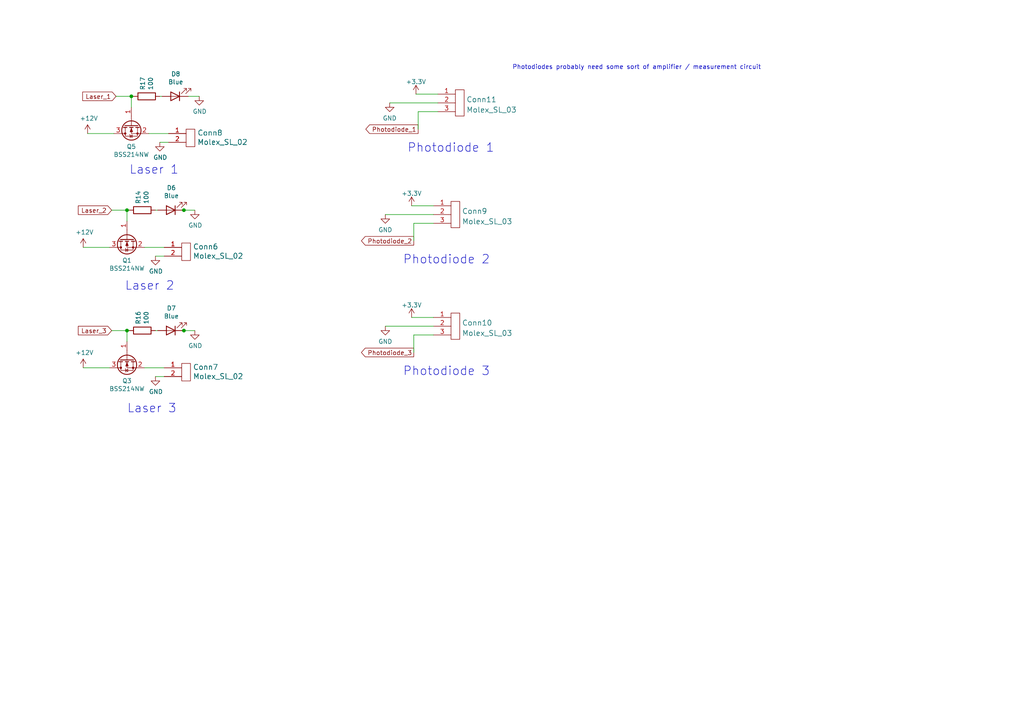
<source format=kicad_sch>
(kicad_sch (version 20211123) (generator eeschema)
  (paper "A4")
  (lib_symbols
    (symbol "Device:LED" (pin_numbers hide) (pin_names (offset 1.016) hide)
      (property "Reference" "D" (at 0 2.54 0))
      (property "Value" "LED" (at 0 -2.54 0))
      (symbol "LED_0_1"
        (polyline (pts (xy -1.27 -1.27) (xy -1.27 1.27)) (stroke (width 0.254)))
        (polyline (pts (xy -1.27 0) (xy 1.27 0)))
        (polyline (pts (xy 1.27 -1.27) (xy 1.27 1.27) (xy -1.27 0) (xy 1.27 -1.27)) (stroke (width 0.254)))
        (polyline (pts (xy -3.048 -0.762) (xy -4.572 -2.286) (xy -3.81 -2.286) (xy -4.572 -2.286) (xy -4.572 -1.524)))
        (polyline (pts (xy -1.778 -0.762) (xy -3.302 -2.286) (xy -2.54 -2.286) (xy -3.302 -2.286) (xy -3.302 -1.524)))
      )
      (symbol "LED_1_1"
        (pin passive line (at -3.81 0 0) (length 2.54) (name "K") (number "1"))
        (pin passive line (at 3.81 0 180) (length 2.54) (name "A") (number "2"))
      )
    )
    (symbol "Device:R" (pin_numbers hide) (pin_names (offset 0))
      (property "Reference" "R" (at 2.032 0 90))
      (property "Value" "R" (at 0 0 90))
      (symbol "R_0_1"
        (rectangle (start -1.016 -2.54) (end 1.016 2.54) (stroke (width 0.254)))
      )
      (symbol "R_1_1"
        (pin passive line (at 0 3.81 270) (length 1.27) (name "~") (number "1"))
        (pin passive line (at 0 -3.81 90) (length 1.27) (name "~") (number "2"))
      )
    )
    (symbol "MRDT_Connectors:Molex_SL_02" (pin_names (offset 1.016))
      (property "Reference" "Conn" (at 3.81 -1.27 0))
      (property "Value" "Molex_SL_02" (at 1.27 6.35 0))
      (symbol "Molex_SL_02_0_1"
        (rectangle (start 0 5.08) (end 2.54 0))
      )
      (symbol "Molex_SL_02_1_1"
        (pin input line (at -5.08 3.81 0) (length 5.08) (name "~") (number "1"))
        (pin input line (at -5.08 1.27 0) (length 5.08) (name "~") (number "2"))
      )
    )
    (symbol "MRDT_Connectors:Molex_SL_03" (pin_names (offset 1.016))
      (property "Reference" "Conn" (at 3.81 -1.27 0))
      (property "Value" "Molex_SL_03" (at 1.27 8.89 0))
      (symbol "Molex_SL_03_0_1"
        (rectangle (start 0 7.62) (end 2.54 0))
      )
      (symbol "Molex_SL_03_1_1"
        (pin input line (at -5.08 6.35 0) (length 5.08) (name "~") (number "1"))
        (pin input line (at -5.08 3.81 0) (length 5.08) (name "~") (number "2"))
        (pin input line (at -5.08 1.27 0) (length 5.08) (name "~") (number "3"))
      )
    )
    (symbol "Transistor_FET:BSS214NW" (pin_names hide)
      (property "Reference" "Q" (at 5.08 1.905 0))
      (property "Value" "BSS214NW" (at 5.08 0 0))
      (symbol "BSS214NW_0_1"
        (polyline (pts (xy 0.254 0) (xy -2.54 0)))
        (polyline (pts (xy 0.254 1.905) (xy 0.254 -1.905)) (stroke (width 0.254)))
        (polyline (pts (xy 0.762 -1.27) (xy 0.762 -2.286)) (stroke (width 0.254)))
        (polyline (pts (xy 0.762 0.508) (xy 0.762 -0.508)) (stroke (width 0.254)))
        (polyline (pts (xy 0.762 2.286) (xy 0.762 1.27)) (stroke (width 0.254)))
        (polyline (pts (xy 2.54 2.54) (xy 2.54 1.778)))
        (polyline (pts (xy 2.54 -2.54) (xy 2.54 0) (xy 0.762 0)))
        (polyline (pts (xy 0.762 -1.778) (xy 3.302 -1.778) (xy 3.302 1.778) (xy 0.762 1.778)))
        (polyline (pts (xy 1.016 0) (xy 2.032 0.381) (xy 2.032 -0.381) (xy 1.016 0)) (fill (type outline)))
        (polyline (pts (xy 2.794 0.508) (xy 2.921 0.381) (xy 3.683 0.381) (xy 3.81 0.254)))
        (polyline (pts (xy 3.302 0.381) (xy 2.921 -0.254) (xy 3.683 -0.254) (xy 3.302 0.381)))
        (circle (center 1.651 0) (radius 2.794) (stroke (width 0.254)))
        (circle (center 2.54 -1.778) (radius 0.254) (fill (type outline)))
        (circle (center 2.54 1.778) (radius 0.254) (fill (type outline)))
      )
      (symbol "BSS214NW_1_1"
        (pin input line (at -5.08 0 0) (length 2.54) (name "G") (number "1"))
        (pin passive line (at 2.54 -5.08 90) (length 2.54) (name "S") (number "2"))
        (pin passive line (at 2.54 5.08 270) (length 2.54) (name "D") (number "3"))
      )
    )
    (symbol "power:+12V" (power) (pin_names (offset 0))
      (property "Value" "+12V" (at 0 3.556 0))
      (symbol "+12V_0_1"
        (polyline (pts (xy -0.762 1.27) (xy 0 2.54)))
        (polyline (pts (xy 0 0) (xy 0 2.54)))
        (polyline (pts (xy 0 2.54) (xy 0.762 1.27)))
      )
      (symbol "+12V_1_1"
        (pin power_in line (at 0 0 90) (length 0) hide (name "+12V") (number "1"))
      )
    )
    (symbol "power:+3.3V" (power) (pin_names (offset 0))
      (property "Value" "+3.3V" (at 0 3.556 0))
      (symbol "+3.3V_0_1"
        (polyline (pts (xy -0.762 1.27) (xy 0 2.54)))
        (polyline (pts (xy 0 0) (xy 0 2.54)))
        (polyline (pts (xy 0 2.54) (xy 0.762 1.27)))
      )
      (symbol "+3.3V_1_1"
        (pin power_in line (at 0 0 90) (length 0) hide (name "+3.3V") (number "1"))
      )
    )
    (symbol "power:GND" (power) (pin_names (offset 0))
      (property "Value" "GND" (at 0 -3.81 0))
      (symbol "GND_0_1"
        (polyline (pts (xy 0 0) (xy 0 -1.27) (xy 1.27 -1.27) (xy 0 -2.54) (xy -1.27 -1.27) (xy 0 -1.27)))
      )
      (symbol "GND_1_1"
        (pin power_in line (at 0 0 270) (length 0) hide (name "GND") (number "1"))
      )
    )
  )
  (junction (at 38.1 27.94))
  (junction (at 36.83 60.96))
  (junction (at 36.83 95.885))
  (junction (at 53.34 95.885))
  (junction (at 53.34 60.96))
  (wire (pts (xy 33.655 27.94) (xy 38.1 27.94)))
  (wire (pts (xy 120.015 97.155) (xy 125.73 97.155)))
  (wire (pts (xy 53.34 60.96) (xy 52.705 60.96)))
  (wire (pts (xy 45.085 109.22) (xy 47.625 109.22)))
  (wire (pts (xy 57.785 27.94) (xy 54.61 27.94)))
  (wire (pts (xy 113.03 29.845) (xy 127 29.845)))
  (wire (pts (xy 38.1 31.115) (xy 38.1 27.94)))
  (wire (pts (xy 38.1 27.94) (xy 38.735 27.94)))
  (wire (pts (xy 120.65 27.305) (xy 127 27.305)))
  (wire (pts (xy 36.83 64.135) (xy 36.83 60.96)))
  (wire (pts (xy 45.085 95.885) (xy 45.72 95.885)))
  (wire (pts (xy 119.38 59.69) (xy 125.73 59.69)))
  (wire (pts (xy 36.83 95.885) (xy 37.465 95.885)))
  (wire (pts (xy 56.515 95.885) (xy 53.34 95.885)))
  (wire (pts (xy 41.91 106.68) (xy 47.625 106.68)))
  (wire (pts (xy 121.285 32.385) (xy 127 32.385)))
  (wire (pts (xy 46.355 41.275) (xy 48.895 41.275)))
  (wire (pts (xy 25.4 38.735) (xy 33.02 38.735)))
  (wire (pts (xy 45.085 74.295) (xy 47.625 74.295)))
  (wire (pts (xy 41.91 71.755) (xy 47.625 71.755)))
  (wire (pts (xy 24.13 106.68) (xy 31.75 106.68)))
  (wire (pts (xy 36.83 99.06) (xy 36.83 95.885)))
  (wire (pts (xy 53.34 95.885) (xy 52.705 95.885)))
  (wire (pts (xy 24.13 71.755) (xy 31.75 71.755)))
  (wire (pts (xy 32.385 95.885) (xy 36.83 95.885)))
  (wire (pts (xy 32.385 60.96) (xy 36.83 60.96)))
  (wire (pts (xy 120.015 64.77) (xy 125.73 64.77)))
  (wire (pts (xy 119.38 92.075) (xy 125.73 92.075)))
  (wire (pts (xy 56.515 60.96) (xy 53.34 60.96)))
  (wire (pts (xy 45.085 60.96) (xy 45.72 60.96)))
  (wire (pts (xy 111.76 62.23) (xy 125.73 62.23)))
  (wire (pts (xy 46.99 27.94) (xy 46.355 27.94)))
  (wire (pts (xy 36.83 60.96) (xy 37.465 60.96)))
  (wire (pts (xy 111.76 94.615) (xy 125.73 94.615)))
  (wire (pts (xy 120.015 64.77) (xy 120.015 69.85)))
  (wire (pts (xy 121.285 32.385) (xy 121.285 37.465)))
  (wire (pts (xy 43.18 38.735) (xy 48.895 38.735)))
  (wire (pts (xy 120.015 97.155) (xy 120.015 102.235)))
  (text "Laser 2" (at 36.195 84.455 0) (effects (font (size 2.4892 2.4892)) (justify left bottom)))
  (text "Photodiodes probably need some sort of amplifier / measurement circuit" (at 148.59 20.32 0) (effects (font (size 1.27 1.27)) (justify left bottom)))
  (text "Laser 1" (at 37.465 50.8 0) (effects (font (size 2.4892 2.4892)) (justify left bottom)))
  (text "Photodiode 3" (at 116.84 109.22 0) (effects (font (size 2.5 2.5)) (justify left bottom)))
  (text "Photodiode 1" (at 118.11 44.45 0) (effects (font (size 2.5 2.5)) (justify left bottom)))
  (text "Photodiode 2" (at 116.84 76.835 0) (effects (font (size 2.5 2.5)) (justify left bottom)))
  (text "Laser 3" (at 36.83 120.015 0) (effects (font (size 2.4892 2.4892)) (justify left bottom)))
  (global_label "Photodiode_2" (shape output) (at 120.015 69.85 180) (property "Intersheet References" "${INTERSHEET_REFS}" (effects hide)))
  (global_label "Photodiode_3" (shape output) (at 120.015 102.235 180) (property "Intersheet References" "${INTERSHEET_REFS}" (effects hide)))
  (global_label "Photodiode_1" (shape output) (at 121.285 37.465 180) (property "Intersheet References" "${INTERSHEET_REFS}" (effects hide)))
  (global_label "Laser_2" (shape input) (at 32.385 60.96 180) (property "Intersheet References" "${INTERSHEET_REFS}" (effects hide)))
  (global_label "Laser_1" (shape input) (at 33.655 27.94 180) (property "Intersheet References" "${INTERSHEET_REFS}" (effects hide)))
  (global_label "Laser_3" (shape input) (at 32.385 95.885 180) (property "Intersheet References" "${INTERSHEET_REFS}" (effects hide)))
  (symbol (lib_id "Transistor_FET:BSS214NW") (at 38.1 36.195 90) (mirror x) (unit 1)
    (property "Reference" "Q5" (at 38.1 42.5196 90))
    (property "Value" "BSS214NW" (at 38.1 44.831 90))
    (property "Footprint" "Package_TO_SOT_SMD:SOT-323_SC-70" (effects hide))
    (property "Datasheet" "https://www.infineon.com/dgdl/Infineon-BSS214NW-DS-v02_02-en.pdf?fileId=db3a30431b3e89eb011b695aebc01bde" (effects hide))
  )
  (symbol (lib_id "MRDT_Connectors:Molex_SL_02") (at 53.975 42.545 0) (unit 1)
    (property "Reference" "Conn8" (at 57.2262 38.5318 0) (effects (font (size 1.524 1.524)) (justify left)))
    (property "Value" "Molex_SL_02" (at 57.2262 41.2242 0) (effects (font (size 1.524 1.524)) (justify left)))
  )
  (symbol (lib_id "power:+12V") (at 25.4 38.735 0) (unit 1)
    (property "Reference" "#PWR046" (effects hide))
    (property "Value" "+12V" (at 25.781 34.3408 0))
  )
  (symbol (lib_id "power:GND") (at 46.355 41.275 0) (unit 1)
    (property "Reference" "#PWR049" (effects hide))
    (property "Value" "GND" (at 46.482 45.6692 0))
  )
  (symbol (lib_id "Device:R") (at 42.545 27.94 270) (unit 1)
    (property "Reference" "R17" (at 41.3766 26.162 0) (effects (justify right)))
    (property "Value" "100" (at 43.688 26.162 0) (effects (justify right)))
  )
  (symbol (lib_id "Device:LED") (at 50.8 27.94 180) (unit 1)
    (property "Reference" "D8" (at 50.9778 21.463 0))
    (property "Value" "Blue" (at 50.9778 23.7744 0))
  )
  (symbol (lib_id "power:GND") (at 57.785 27.94 0) (unit 1)
    (property "Reference" "#PWR052" (effects hide))
    (property "Value" "GND" (at 57.912 32.3342 0))
  )
  (symbol (lib_id "Transistor_FET:BSS214NW") (at 36.83 69.215 90) (mirror x) (unit 1)
    (property "Reference" "Q1" (at 36.83 75.5396 90))
    (property "Value" "BSS214NW" (at 36.83 77.851 90))
    (property "Footprint" "Package_TO_SOT_SMD:SOT-323_SC-70" (effects hide))
    (property "Datasheet" "https://www.infineon.com/dgdl/Infineon-BSS214NW-DS-v02_02-en.pdf?fileId=db3a30431b3e89eb011b695aebc01bde" (effects hide))
  )
  (symbol (lib_id "MRDT_Connectors:Molex_SL_02") (at 52.705 75.565 0) (unit 1)
    (property "Reference" "Conn6" (at 55.9562 71.5518 0) (effects (font (size 1.524 1.524)) (justify left)))
    (property "Value" "Molex_SL_02" (at 55.9562 74.2442 0) (effects (font (size 1.524 1.524)) (justify left)))
  )
  (symbol (lib_id "power:+12V") (at 24.13 71.755 0) (unit 1)
    (property "Reference" "#PWR044" (effects hide))
    (property "Value" "+12V" (at 24.511 67.3608 0))
  )
  (symbol (lib_id "power:GND") (at 45.085 74.295 0) (unit 1)
    (property "Reference" "#PWR047" (effects hide))
    (property "Value" "GND" (at 45.212 78.6892 0))
  )
  (symbol (lib_id "Device:R") (at 41.275 60.96 270) (unit 1)
    (property "Reference" "R14" (at 40.1066 59.182 0) (effects (justify right)))
    (property "Value" "100" (at 42.418 59.182 0) (effects (justify right)))
  )
  (symbol (lib_id "Device:LED") (at 49.53 60.96 180) (unit 1)
    (property "Reference" "D6" (at 49.7078 54.483 0))
    (property "Value" "Blue" (at 49.7078 56.7944 0))
  )
  (symbol (lib_id "power:GND") (at 56.515 60.96 0) (unit 1)
    (property "Reference" "#PWR050" (effects hide))
    (property "Value" "GND" (at 56.642 65.3542 0))
  )
  (symbol (lib_id "Transistor_FET:BSS214NW") (at 36.83 104.14 90) (mirror x) (unit 1)
    (property "Reference" "Q3" (at 36.83 110.4646 90))
    (property "Value" "BSS214NW" (at 36.83 112.776 90))
    (property "Footprint" "Package_TO_SOT_SMD:SOT-323_SC-70" (effects hide))
    (property "Datasheet" "https://www.infineon.com/dgdl/Infineon-BSS214NW-DS-v02_02-en.pdf?fileId=db3a30431b3e89eb011b695aebc01bde" (effects hide))
  )
  (symbol (lib_id "MRDT_Connectors:Molex_SL_02") (at 52.705 110.49 0) (unit 1)
    (property "Reference" "Conn7" (at 55.9562 106.4768 0) (effects (font (size 1.524 1.524)) (justify left)))
    (property "Value" "Molex_SL_02" (at 55.9562 109.1692 0) (effects (font (size 1.524 1.524)) (justify left)))
  )
  (symbol (lib_id "power:+12V") (at 24.13 106.68 0) (unit 1)
    (property "Reference" "#PWR045" (effects hide))
    (property "Value" "+12V" (at 24.511 102.2858 0))
  )
  (symbol (lib_id "power:GND") (at 45.085 109.22 0) (unit 1)
    (property "Reference" "#PWR048" (effects hide))
    (property "Value" "GND" (at 45.212 113.6142 0))
  )
  (symbol (lib_id "Device:R") (at 41.275 95.885 270) (unit 1)
    (property "Reference" "R16" (at 40.1066 94.107 0) (effects (justify right)))
    (property "Value" "100" (at 42.418 94.107 0) (effects (justify right)))
  )
  (symbol (lib_id "Device:LED") (at 49.53 95.885 180) (unit 1)
    (property "Reference" "D7" (at 49.7078 89.408 0))
    (property "Value" "Blue" (at 49.7078 91.7194 0))
  )
  (symbol (lib_id "power:GND") (at 56.515 95.885 0) (unit 1)
    (property "Reference" "#PWR051" (effects hide))
    (property "Value" "GND" (at 56.642 100.2792 0))
  )
  (symbol (lib_id "power:+3.3V") (at 119.38 59.69 0) (unit 1)
    (property "Reference" "#PWR056" (effects hide))
    (property "Value" "+3.3V" (at 119.38 56.1142 0))
  )
  (symbol (lib_id "power:+3.3V") (at 120.65 27.305 0) (unit 1)
    (property "Reference" "#PWR058" (effects hide))
    (property "Value" "+3.3V" (at 120.65 23.7292 0))
  )
  (symbol (lib_id "power:GND") (at 111.76 62.23 0) (unit 1)
    (property "Reference" "#PWR053" (effects hide))
    (property "Value" "GND" (at 111.76 66.6734 0))
  )
  (symbol (lib_id "MRDT_Connectors:Molex_SL_03") (at 132.08 33.655 0) (unit 1)
    (property "Reference" "Conn11" (at 135.255 28.8688 0) (effects (font (size 1.524 1.524)) (justify left)))
    (property "Value" "Molex_SL_03" (at 135.255 31.8622 0) (effects (font (size 1.524 1.524)) (justify left)))
  )
  (symbol (lib_id "power:GND") (at 111.76 94.615 0) (unit 1)
    (property "Reference" "#PWR054" (effects hide))
    (property "Value" "GND" (at 111.76 99.0584 0))
  )
  (symbol (lib_id "MRDT_Connectors:Molex_SL_03") (at 130.81 98.425 0) (unit 1)
    (property "Reference" "Conn10" (at 133.985 93.6388 0) (effects (font (size 1.524 1.524)) (justify left)))
    (property "Value" "Molex_SL_03" (at 133.985 96.6322 0) (effects (font (size 1.524 1.524)) (justify left)))
  )
  (symbol (lib_id "power:GND") (at 113.03 29.845 0) (unit 1)
    (property "Reference" "#PWR055" (effects hide))
    (property "Value" "GND" (at 113.03 34.2884 0))
  )
  (symbol (lib_id "MRDT_Connectors:Molex_SL_03") (at 130.81 66.04 0) (unit 1)
    (property "Reference" "Conn9" (at 133.985 61.2538 0) (effects (font (size 1.524 1.524)) (justify left)))
    (property "Value" "Molex_SL_03" (at 133.985 64.2472 0) (effects (font (size 1.524 1.524)) (justify left)))
  )
  (symbol (lib_id "power:+3.3V") (at 119.38 92.075 0) (unit 1)
    (property "Reference" "#PWR057" (effects hide))
    (property "Value" "+3.3V" (at 119.38 88.4992 0))
  )
)
</source>
